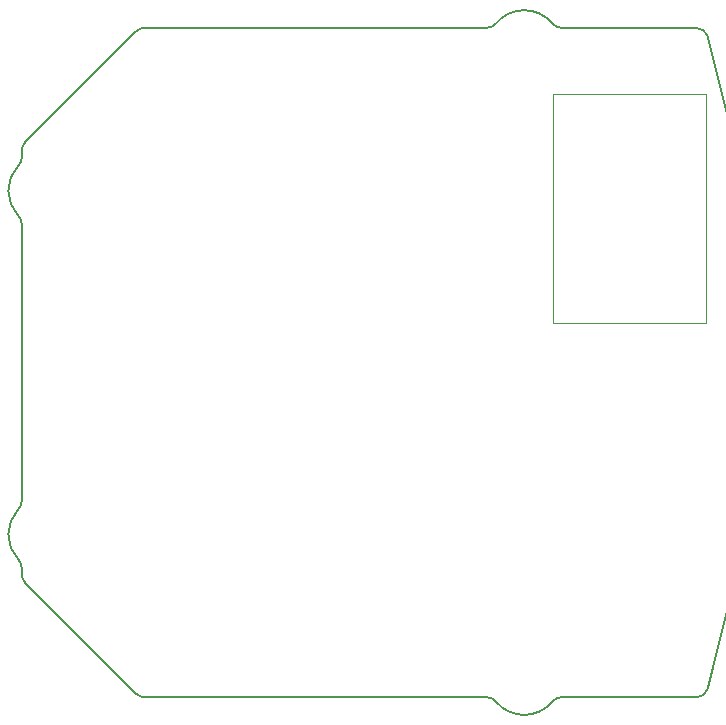
<source format=gbr>
%TF.GenerationSoftware,KiCad,Pcbnew,7.0.6*%
%TF.CreationDate,2023-11-19T20:23:39+09:00*%
%TF.ProjectId,PowerSupply_20230505,506f7765-7253-4757-9070-6c795f323032,rev?*%
%TF.SameCoordinates,Original*%
%TF.FileFunction,Profile,NP*%
%FSLAX46Y46*%
G04 Gerber Fmt 4.6, Leading zero omitted, Abs format (unit mm)*
G04 Created by KiCad (PCBNEW 7.0.6) date 2023-11-19 20:23:39*
%MOMM*%
%LPD*%
G01*
G04 APERTURE LIST*
%TA.AperFunction,Profile*%
%ADD10C,0.200000*%
%TD*%
%TA.AperFunction,Profile*%
%ADD11C,0.120000*%
%TD*%
G04 APERTURE END LIST*
D10*
X57462970Y-89349169D02*
X57462970Y-88808672D01*
X67877184Y-78394460D02*
G75*
G03*
X67170077Y-78687352I16J-1000040D01*
G01*
X57462970Y-118449169D02*
X57462970Y-95015359D01*
X103165619Y-135070096D02*
G75*
G03*
X102393517Y-135434571I-19J-1000004D01*
G01*
X57755872Y-88101573D02*
G75*
G03*
X57462970Y-88808672I707128J-707127D01*
G01*
X103165619Y-78394458D02*
X114577320Y-78394458D01*
X57462957Y-124655856D02*
G75*
G03*
X57755864Y-125362963I1000343J156D01*
G01*
X67170091Y-134777162D02*
G75*
G03*
X67877184Y-135070070I707109J707062D01*
G01*
X114577320Y-135070087D02*
G75*
G03*
X115538438Y-134346209I80J999887D01*
G01*
X97606503Y-135434555D02*
G75*
G03*
X96834381Y-135070070I-772103J-635545D01*
G01*
X96834381Y-78394458D02*
G75*
G03*
X97606482Y-78029956I19J999958D01*
G01*
X115538437Y-134346209D02*
G75*
G03*
X115538437Y-79118319I-96111755J27613945D01*
G01*
X96834381Y-135070070D02*
X67877184Y-135070070D01*
X57185855Y-119140196D02*
G75*
G03*
X57462970Y-118449169I-722955J690996D01*
G01*
X57755864Y-88101565D02*
X67170077Y-78687352D01*
X97606484Y-135434570D02*
G75*
G03*
X102393516Y-135434570I2393516J1970042D01*
G01*
X57185822Y-119140164D02*
G75*
G03*
X57185826Y-123424360I2240858J-2142096D01*
G01*
X57462970Y-124655856D02*
X57462970Y-124115359D01*
X57185822Y-90040164D02*
G75*
G03*
X57185826Y-94324360I2240858J-2142096D01*
G01*
X57185855Y-90040196D02*
G75*
G03*
X57462970Y-89349169I-722955J690996D01*
G01*
X102393516Y-78029958D02*
G75*
G03*
X97606484Y-78029958I-2393516J-1970042D01*
G01*
X115538448Y-79118316D02*
G75*
G03*
X114577320Y-78394458I-961148J-276184D01*
G01*
X57462937Y-95015359D02*
G75*
G03*
X57185825Y-94324361I-999937J59D01*
G01*
X102393518Y-78029956D02*
G75*
G03*
X103165619Y-78394458I772082J635456D01*
G01*
X57462937Y-124115359D02*
G75*
G03*
X57185825Y-123424361I-999937J59D01*
G01*
X114577320Y-135070070D02*
X103165619Y-135070070D01*
X67877184Y-78394458D02*
X96834381Y-78394458D01*
X67170077Y-134777176D02*
X57755864Y-125362963D01*
D11*
%TO.C,SW1*%
X102426680Y-83982264D02*
X115426680Y-83982264D01*
X115426680Y-83982264D02*
X115426680Y-103382264D01*
X115426680Y-103382264D02*
X102426680Y-103382264D01*
X102426680Y-103382264D02*
X102426680Y-83982264D01*
%TD*%
M02*

</source>
